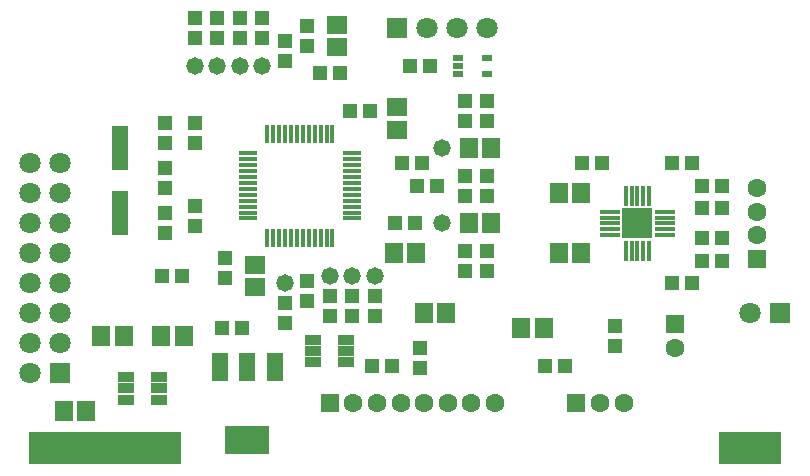
<source format=gts>
G04 #@! TF.GenerationSoftware,KiCad,Pcbnew,5.0.0-fee4fd1~65~ubuntu17.10.1*
G04 #@! TF.CreationDate,2018-10-29T14:10:20-04:00*
G04 #@! TF.ProjectId,daughterboard,6461756768746572626F6172642E6B69,rev?*
G04 #@! TF.SameCoordinates,Original*
G04 #@! TF.FileFunction,Soldermask,Top*
G04 #@! TF.FilePolarity,Negative*
%FSLAX46Y46*%
G04 Gerber Fmt 4.6, Leading zero omitted, Abs format (unit mm)*
G04 Created by KiCad (PCBNEW 5.0.0-fee4fd1~65~ubuntu17.10.1) date Mon Oct 29 14:10:20 2018*
%MOMM*%
%LPD*%
G01*
G04 APERTURE LIST*
%ADD10R,0.960000X0.560000*%
%ADD11R,1.422400X2.438400*%
%ADD12R,3.803200X2.403200*%
%ADD13C,1.603200*%
%ADD14R,1.603200X1.603200*%
%ADD15C,1.473200*%
%ADD16R,1.403200X3.703200*%
%ADD17R,5.283200X2.743200*%
%ADD18R,12.903200X2.743200*%
%ADD19R,1.803200X1.803200*%
%ADD20C,1.803200*%
%ADD21R,1.203200X1.303200*%
%ADD22R,1.303200X1.203200*%
%ADD23R,1.703200X1.503200*%
%ADD24R,1.503200X1.703200*%
%ADD25R,1.360000X0.810000*%
%ADD26R,1.660000X0.390000*%
%ADD27R,0.390000X1.660000*%
%ADD28R,2.603200X2.603200*%
%ADD29R,0.410000X1.560000*%
%ADD30R,1.560000X0.410000*%
G04 APERTURE END LIST*
D10*
G04 #@! TO.C,U2*
X192970000Y-79995000D03*
X192970000Y-81295000D03*
X190570000Y-81295000D03*
X190570000Y-80645000D03*
X190570000Y-79995000D03*
G04 #@! TD*
D11*
G04 #@! TO.C,Q1*
X175031400Y-106121200D03*
X172720000Y-106121200D03*
X170408600Y-106121200D03*
D12*
X172720000Y-112319000D03*
G04 #@! TD*
D13*
G04 #@! TO.C,J7*
X208915000Y-104505000D03*
D14*
X208915000Y-102505000D03*
G04 #@! TD*
D15*
G04 #@! TO.C,TP1*
X179705000Y-98425000D03*
G04 #@! TD*
G04 #@! TO.C,TP2*
X181610000Y-98425000D03*
G04 #@! TD*
G04 #@! TO.C,TP3*
X173990000Y-80645000D03*
G04 #@! TD*
G04 #@! TO.C,TP4*
X172085000Y-80645000D03*
G04 #@! TD*
G04 #@! TO.C,TP5*
X183515000Y-98425000D03*
G04 #@! TD*
G04 #@! TO.C,TP6*
X175895000Y-99060000D03*
G04 #@! TD*
G04 #@! TO.C,TP7*
X170180000Y-80645000D03*
G04 #@! TD*
G04 #@! TO.C,TP8*
X168275000Y-80645000D03*
G04 #@! TD*
G04 #@! TO.C,TP9*
X189230000Y-87630000D03*
G04 #@! TD*
G04 #@! TO.C,TP10*
X189230000Y-93980000D03*
G04 #@! TD*
D16*
G04 #@! TO.C,Y1*
X161925000Y-93130000D03*
X161925000Y-87630000D03*
G04 #@! TD*
D17*
G04 #@! TO.C,H2*
X215265000Y-113030000D03*
G04 #@! TD*
D18*
G04 #@! TO.C,H1*
X160655000Y-113030000D03*
G04 #@! TD*
D14*
G04 #@! TO.C,J1*
X200565000Y-109220000D03*
D13*
X202565000Y-109220000D03*
X204565000Y-109220000D03*
G04 #@! TD*
D14*
G04 #@! TO.C,J2*
X179690000Y-109220000D03*
D13*
X181690000Y-109220000D03*
X183690000Y-109220000D03*
X185690000Y-109220000D03*
X187690000Y-109220000D03*
X189690000Y-109220000D03*
X191690000Y-109220000D03*
X193690000Y-109220000D03*
G04 #@! TD*
D14*
G04 #@! TO.C,J3*
X215900000Y-96980000D03*
D13*
X215900000Y-94980000D03*
X215900000Y-92980000D03*
X215900000Y-90980000D03*
G04 #@! TD*
D19*
G04 #@! TO.C,J5*
X185420000Y-77470000D03*
D20*
X187960000Y-77470000D03*
X190500000Y-77470000D03*
X193040000Y-77470000D03*
G04 #@! TD*
D19*
G04 #@! TO.C,J4*
X156845000Y-106680000D03*
D20*
X154305000Y-106680000D03*
X156845000Y-104140000D03*
X154305000Y-104140000D03*
X156845000Y-101600000D03*
X154305000Y-101600000D03*
X156845000Y-99060000D03*
X154305000Y-99060000D03*
X156845000Y-96520000D03*
X154305000Y-96520000D03*
X156845000Y-93980000D03*
X154305000Y-93980000D03*
X156845000Y-91440000D03*
X154305000Y-91440000D03*
X156845000Y-88900000D03*
X154305000Y-88900000D03*
G04 #@! TD*
D21*
G04 #@! TO.C,R1*
X187325000Y-104560000D03*
X187325000Y-106260000D03*
G04 #@! TD*
G04 #@! TO.C,C1*
X177800000Y-77255000D03*
X177800000Y-78955000D03*
G04 #@! TD*
G04 #@! TO.C,C2*
X175895000Y-80225000D03*
X175895000Y-78525000D03*
G04 #@! TD*
G04 #@! TO.C,C3*
X170815000Y-98640000D03*
X170815000Y-96940000D03*
G04 #@! TD*
G04 #@! TO.C,C4*
X177800000Y-100545000D03*
X177800000Y-98845000D03*
G04 #@! TD*
G04 #@! TO.C,C5*
X168275000Y-92495000D03*
X168275000Y-94195000D03*
G04 #@! TD*
D22*
G04 #@! TO.C,C6*
X178855000Y-81280000D03*
X180555000Y-81280000D03*
G04 #@! TD*
D21*
G04 #@! TO.C,C7*
X168275000Y-87210000D03*
X168275000Y-85510000D03*
G04 #@! TD*
D22*
G04 #@! TO.C,C8*
X186905000Y-93980000D03*
X185205000Y-93980000D03*
G04 #@! TD*
G04 #@! TO.C,C9*
X188810000Y-90805000D03*
X187110000Y-90805000D03*
G04 #@! TD*
G04 #@! TO.C,C10*
X185840000Y-88900000D03*
X187540000Y-88900000D03*
G04 #@! TD*
D23*
G04 #@! TO.C,C11*
X173355000Y-97475000D03*
X173355000Y-99375000D03*
G04 #@! TD*
D21*
G04 #@! TO.C,C12*
X165735000Y-93130000D03*
X165735000Y-94830000D03*
G04 #@! TD*
G04 #@! TO.C,C13*
X165735000Y-87210000D03*
X165735000Y-85510000D03*
G04 #@! TD*
D23*
G04 #@! TO.C,C14*
X180340000Y-77155000D03*
X180340000Y-79055000D03*
G04 #@! TD*
G04 #@! TO.C,C15*
X185420000Y-84140000D03*
X185420000Y-86040000D03*
G04 #@! TD*
D24*
G04 #@! TO.C,C16*
X185105000Y-96520000D03*
X187005000Y-96520000D03*
G04 #@! TD*
D21*
G04 #@! TO.C,C17*
X193040000Y-89955000D03*
X193040000Y-91655000D03*
G04 #@! TD*
G04 #@! TO.C,C18*
X193040000Y-85305000D03*
X193040000Y-83605000D03*
G04 #@! TD*
G04 #@! TO.C,C19*
X193040000Y-96305000D03*
X193040000Y-98005000D03*
G04 #@! TD*
D24*
G04 #@! TO.C,C20*
X193355000Y-87630000D03*
X191455000Y-87630000D03*
G04 #@! TD*
G04 #@! TO.C,C21*
X199075000Y-96520000D03*
X200975000Y-96520000D03*
G04 #@! TD*
G04 #@! TO.C,C22*
X200975000Y-91440000D03*
X199075000Y-91440000D03*
G04 #@! TD*
G04 #@! TO.C,C23*
X191455000Y-93980000D03*
X193355000Y-93980000D03*
G04 #@! TD*
G04 #@! TO.C,C24*
X165420000Y-103505000D03*
X167320000Y-103505000D03*
G04 #@! TD*
G04 #@! TO.C,C25*
X160340000Y-103505000D03*
X162240000Y-103505000D03*
G04 #@! TD*
D22*
G04 #@! TO.C,C26*
X202780000Y-88900000D03*
X201080000Y-88900000D03*
G04 #@! TD*
G04 #@! TO.C,C27*
X183300000Y-106045000D03*
X185000000Y-106045000D03*
G04 #@! TD*
G04 #@! TO.C,R2*
X170600000Y-102870000D03*
X172300000Y-102870000D03*
G04 #@! TD*
G04 #@! TO.C,R3*
X197905000Y-106045000D03*
X199605000Y-106045000D03*
G04 #@! TD*
G04 #@! TO.C,R4*
X183095000Y-84455000D03*
X181395000Y-84455000D03*
G04 #@! TD*
D21*
G04 #@! TO.C,R5*
X165735000Y-91020000D03*
X165735000Y-89320000D03*
G04 #@! TD*
D22*
G04 #@! TO.C,R6*
X165520000Y-98425000D03*
X167220000Y-98425000D03*
G04 #@! TD*
D21*
G04 #@! TO.C,R7*
X203835000Y-102655000D03*
X203835000Y-104355000D03*
G04 #@! TD*
G04 #@! TO.C,R8*
X191135000Y-91655000D03*
X191135000Y-89955000D03*
G04 #@! TD*
G04 #@! TO.C,R9*
X191135000Y-83605000D03*
X191135000Y-85305000D03*
G04 #@! TD*
G04 #@! TO.C,R10*
X191135000Y-96305000D03*
X191135000Y-98005000D03*
G04 #@! TD*
D22*
G04 #@! TO.C,R11*
X186475000Y-80645000D03*
X188175000Y-80645000D03*
G04 #@! TD*
D21*
G04 #@! TO.C,R12*
X181610000Y-100115000D03*
X181610000Y-101815000D03*
G04 #@! TD*
G04 #@! TO.C,R13*
X172085000Y-76620000D03*
X172085000Y-78320000D03*
G04 #@! TD*
G04 #@! TO.C,R14*
X175895000Y-100750000D03*
X175895000Y-102450000D03*
G04 #@! TD*
G04 #@! TO.C,R15*
X168275000Y-76620000D03*
X168275000Y-78320000D03*
G04 #@! TD*
G04 #@! TO.C,R16*
X179705000Y-101815000D03*
X179705000Y-100115000D03*
G04 #@! TD*
G04 #@! TO.C,R17*
X173990000Y-76620000D03*
X173990000Y-78320000D03*
G04 #@! TD*
G04 #@! TO.C,R18*
X183515000Y-101815000D03*
X183515000Y-100115000D03*
G04 #@! TD*
G04 #@! TO.C,R19*
X170180000Y-78320000D03*
X170180000Y-76620000D03*
G04 #@! TD*
D25*
G04 #@! TO.C,U3*
X165230000Y-107000000D03*
X165230000Y-107950000D03*
X165230000Y-108900000D03*
X162430000Y-108900000D03*
X162430000Y-107950000D03*
X162430000Y-107000000D03*
G04 #@! TD*
D26*
G04 #@! TO.C,U4*
X203440000Y-93980000D03*
X203440000Y-94480000D03*
X203440000Y-94980000D03*
X203440000Y-93480000D03*
X203440000Y-92980000D03*
D27*
X205740000Y-91680000D03*
X205240000Y-91680000D03*
X204740000Y-91680000D03*
X206240000Y-91680000D03*
X206740000Y-91680000D03*
D26*
X208040000Y-93980000D03*
X208040000Y-94480000D03*
X208040000Y-94980000D03*
X208040000Y-93480000D03*
X208040000Y-92980000D03*
D27*
X205740000Y-96280000D03*
X206240000Y-96280000D03*
X206740000Y-96280000D03*
X205240000Y-96280000D03*
X204740000Y-96280000D03*
D28*
X205740000Y-93980000D03*
G04 #@! TD*
D25*
G04 #@! TO.C,U5*
X178305000Y-103825000D03*
X178305000Y-104775000D03*
X178305000Y-105725000D03*
X181105000Y-105725000D03*
X181105000Y-104775000D03*
X181105000Y-103825000D03*
G04 #@! TD*
D29*
G04 #@! TO.C,U1*
X179915000Y-86405000D03*
X179415000Y-86405000D03*
X178915000Y-86405000D03*
X178415000Y-86405000D03*
X177915000Y-86405000D03*
X177415000Y-86405000D03*
X176915000Y-86405000D03*
X176415000Y-86405000D03*
X175915000Y-86405000D03*
X175415000Y-86405000D03*
X174915000Y-86405000D03*
X174415000Y-86405000D03*
D30*
X172765000Y-88055000D03*
X172765000Y-88555000D03*
X172765000Y-89055000D03*
X172765000Y-89555000D03*
X172765000Y-90055000D03*
X172765000Y-90555000D03*
X172765000Y-91055000D03*
X172765000Y-91555000D03*
X172765000Y-92055000D03*
X172765000Y-92555000D03*
X172765000Y-93055000D03*
X172765000Y-93555000D03*
D29*
X174415000Y-95205000D03*
X174915000Y-95205000D03*
X175415000Y-95205000D03*
X175915000Y-95205000D03*
X176415000Y-95205000D03*
D30*
X181565000Y-91555000D03*
D29*
X177415000Y-95205000D03*
X177915000Y-95205000D03*
X176915000Y-95205000D03*
X178415000Y-95205000D03*
X178915000Y-95205000D03*
X179415000Y-95205000D03*
X179915000Y-95205000D03*
D30*
X181565000Y-93555000D03*
X181565000Y-93055000D03*
X181565000Y-92555000D03*
X181565000Y-92055000D03*
X181565000Y-91055000D03*
X181565000Y-90555000D03*
X181565000Y-90055000D03*
X181565000Y-89555000D03*
X181565000Y-89055000D03*
X181565000Y-88555000D03*
X181565000Y-88055000D03*
G04 #@! TD*
D24*
G04 #@! TO.C,C28*
X157165000Y-109855000D03*
X159065000Y-109855000D03*
G04 #@! TD*
D22*
G04 #@! TO.C,C29*
X208700000Y-99060000D03*
X210400000Y-99060000D03*
G04 #@! TD*
G04 #@! TO.C,C30*
X210400000Y-88900000D03*
X208700000Y-88900000D03*
G04 #@! TD*
D24*
G04 #@! TO.C,L1*
X189545000Y-101600000D03*
X187645000Y-101600000D03*
G04 #@! TD*
G04 #@! TO.C,L2*
X197800000Y-102870000D03*
X195900000Y-102870000D03*
G04 #@! TD*
D19*
G04 #@! TO.C,J6*
X217805000Y-101600000D03*
D20*
X215265000Y-101600000D03*
G04 #@! TD*
D22*
G04 #@! TO.C,L3*
X211240000Y-95250000D03*
X212940000Y-95250000D03*
G04 #@! TD*
G04 #@! TO.C,L4*
X212940000Y-97155000D03*
X211240000Y-97155000D03*
G04 #@! TD*
G04 #@! TO.C,L5*
X211240000Y-90805000D03*
X212940000Y-90805000D03*
G04 #@! TD*
G04 #@! TO.C,L6*
X212940000Y-92710000D03*
X211240000Y-92710000D03*
G04 #@! TD*
M02*

</source>
